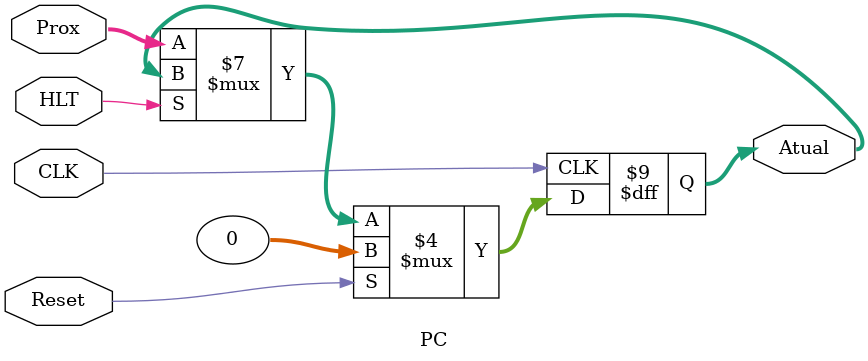
<source format=v>
module PC(Prox, Atual, Reset, CLK, HLT);

	input [31:0] Prox;
	input Reset, CLK, HLT;
	output reg [31:0] Atual;
	
	initial begin
		Atual = 0;
	end
	
	always @(negedge CLK) begin
		if(HLT)
			Atual = Atual;
		else
			Atual = Prox;
		
		if(Reset)
			Atual = 0;
		
	end
	
endmodule
</source>
